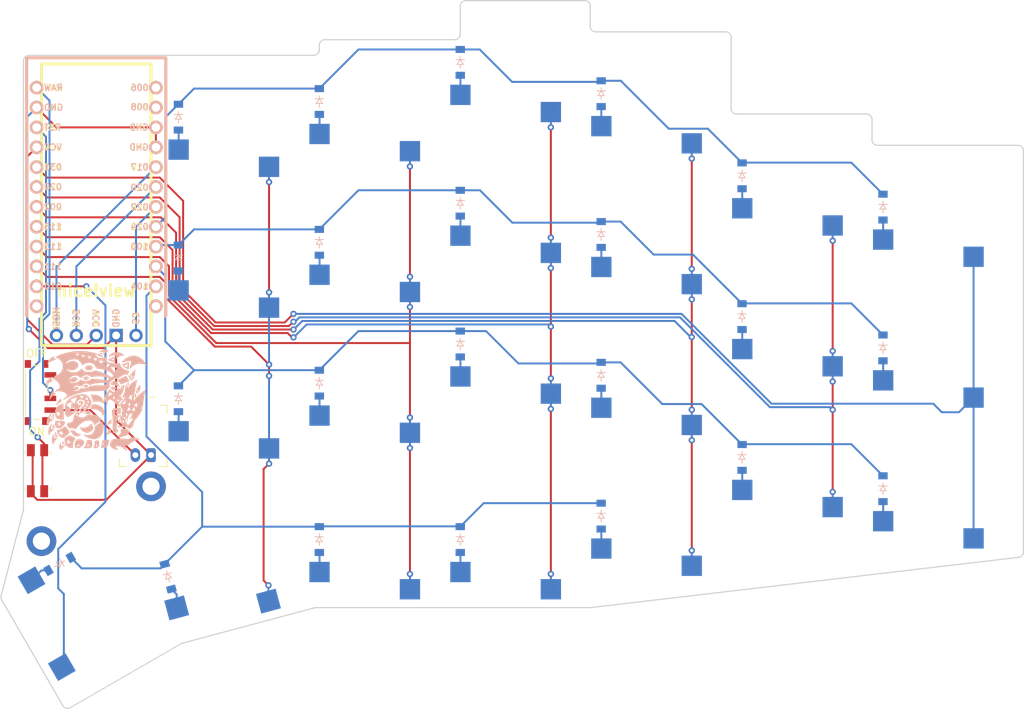
<source format=kicad_pcb>
(kicad_pcb (version 20240108) (generator "pcbnew") (generator_version "8.0")
  (title_block (title "right") (rev "v1.0.0") (company "Unknown"))
  (layers (0 "F.Cu" signal) (31 "B.Cu" signal) (34 "B.Paste" user) (35 "F.Paste" user) (36 "B.SilkS" user "B.Silkscreen") (37 "F.SilkS" user "F.Silkscreen") (38 "B.Mask" user) (39 "F.Mask" user) (44 "Edge.Cuts" user))
  (net 0 "")
  (net 1 "P031")
  (net 2 "mirror_outer_bottom")
  (net 3 "mirror_outer_home")
  (net 4 "mirror_outer_top")
  (net 5 "P029")
  (net 6 "mirror_pinky_bottom")
  (net 7 "mirror_pinky_home")
  (net 8 "mirror_pinky_top")
  (net 9 "P002")
  (net 10 "mirror_ring_bonus")
  (net 11 "mirror_ring_bottom")
  (net 12 "mirror_ring_home")
  (net 13 "mirror_ring_top")
  (net 14 "P115")
  (net 15 "mirror_middle_bottom")
  (net 16 "mirror_middle_home")
  (net 17 "mirror_middle_top")
  (net 18 "P113")
  (net 19 "mirror_index_bottom")
  (net 20 "mirror_index_home")
  (net 21 "mirror_index_top")
  (net 22 "P111")
  (net 23 "mirror_inner_bottom")
  (net 24 "mirror_inner_home")
  (net 25 "mirror_inner_top")
  (net 26 "mirror_inner_thumb")
  (net 27 "mirror_close_thumb")
  (net 28 "mirror_home_thumb")
  (net 29 "P010")
  (net 30 "mirror_outer_thumb")
  (net 31 "P011")
  (net 32 "P100")
  (net 33 "P024")
  (net 34 "P104")
  (net 35 "RAW")
  (net 36 "GND")
  (net 37 "RST")
  (net 38 "VCC")
  (net 39 "P009")
  (net 40 "P006")
  (net 41 "P008")
  (net 42 "P017")
  (net 43 "P020")
  (net 44 "P022")
  (net 45 "P106")
  (net 46 "BAT_P")
  (footprint "PG1350" (layer "F.Cu") (at 196 135.5 180)
    (property "Reference" "S12" (hide yes))
    (property "Value" "" (hide yes))
  )
  (footprint "PG1350" (layer "F.Cu") (at 178 122.5 180)
    (property "Reference" "S16" (hide yes))
    (property "Value" "" (hide yes))
  )
  (footprint "PG1350" (layer "F.Cu") (at 232 168 180)
    (property "Reference" "S4" (hide yes))
    (property "Value" "" (hide yes))
  )
  (footprint "ceoloide:battery_connector_jst_ph_2" (layer "F.Cu") (at 147.2 167.3 180)
    (property "Reference" "JST1" (hide yes))
    (property "Value" "")
  )
  (footprint "PG1350" (layer "F.Cu") (at 178 178.5 180)
    (property "Reference" "S21" (hide yes))
    (property "Value" "" (hide yes))
  )
  (footprint "PG1350" (layer "F.Cu") (at 232 150 180)
    (property "Reference" "S5" (hide yes))
    (property "Value" "" (hide yes))
  )
  (footprint "ceoloide:reset_switch_smd_side" (layer "F.Cu") (at 133.7 169.3 90)
    (property "Reference" "RST1" (hide yes))
    (property "Value" "")
  )
  (footprint "PG1350" (layer "F.Cu") (at 160 160.5 180)
    (property "Reference" "S17" (hide yes))
    (property "Value" "" (hide yes))
  )
  (footprint "PG1350" (layer "F.Cu") (at 178 140.5 180)
    (property "Reference" "S15" (hide yes))
    (property "Value" "" (hide yes))
  )
  (footprint "ceoloide:mounting_hole_plated" (layer "F.Cu") (at 148.2 171.3)
    (property "Reference" "H1" (hide yes))
    (property "Value" "")
  )
  (footprint "ceoloide:mounting_hole_npth" (layer "F.Cu") (at 169 133.5)
    (property "Reference" "MH1" (hide yes))
    (property "Value" "")
  )
  (footprint "PG1350" (layer "F.Cu") (at 232 132 180)
    (property "Reference" "S6" (hide yes))
    (property "Value" "" (hide yes))
  )
  (footprint "PG1350" (layer "F.Cu") (at 250 172 180)
    (property "Reference" "S1" (hide yes))
    (property "Value" "" (hide yes))
  )
  (footprint "lib:niceView_headers" (layer "F.Cu") (at 141.2 153.3 90)
    (property "Reference" "niceView1" (hide yes))
    (property "Value" "niceView" (hide yes))
  )
  (footprint "PG1350" (layer "F.Cu") (at 196 178.5 180)
    (property "Reference" "S20" (hide yes))
    (property "Value" "" (hide yes))
  )
  (footprint "PG1350" (layer "F.Cu") (at 178 158.5 180)
    (property "Reference" "S14" (hide yes))
    (property "Value" "" (hide yes))
  )
  (footprint "PG1350" (layer "F.Cu") (at 160 124.5 180)
    (property "Reference" "S19" (hide yes))
    (property "Value" "" (hide yes))
  )
  (footprint "PG1350" (layer "F.Cu") (at 158.494934 181.067891 -165)
    (property "Reference" "S22" (hide yes))
    (property "Value" "" (hide yes))
  )
  (footprint "ceoloide:mounting_hole_npth" (layer "F.Cu") (at 169 169.5)
    (property "Reference" "MH4" (hide yes))
    (property "Value" "")
  )
  (footprint "ceoloide:mounting_hole_npth" (layer "F.Cu") (at 241 163)
    (property "Reference" "MH3" (hide yes))
    (property "Value" "")
  )
  (footprint "PG1350" (layer "F.Cu") (at 196 117.5 180)
    (property "Reference" "S13" (hide yes))
    (property "Value" "" (hide yes))
  )
  (footprint "nice_nano" (layer "F.Cu") (at 141.2 134.3 -90)
    (property "Reference" "MCU1" (hide yes))
    (property "Value" "")
  )
  (footprint "ceoloide:mounting_hole_plated" (layer "F.Cu") (at 134.2 178.3)
    (property "Reference" "H2" (hide yes))
    (property "Value" "")
  )
  (footprint "PG1350" (layer "F.Cu") (at 214 157.5 180)
    (property "Reference" "S8" (hide yes))
    (property "Value" "" (hide yes))
  )
  (footprint "PG1350" (layer "F.Cu") (at 214 175.5 180)
    (property "Reference" "S7" (hide yes))
    (property "Value" "" (hide yes))
  )
  (footprint "PG1350" (layer "F.Cu") (at 196 153.5 180)
    (property "Reference" "S11" (hide yes))
    (property "Value" "" (hide yes))
  )
  (footprint "PG1350" (layer "F.Cu") (at 250 154 180)
    (property "Reference" "S2" (hide yes))
    (property "Value" "" (hide yes))
  )
  (footprint "PG1350" (layer "F.Cu") (at 214 139.5 180)
    (property "Reference" "S9" (hide yes))
    (property "Value" "" (hide yes))
  )
  (footprint "PG1350" (layer "F.Cu") (at 250 136 180)
    (property "Reference" "S3" (hide yes))
    (property "Value" "" (hide yes))
  )
  (footprint "PG1350" (layer "F.Cu") (at 140.319106 188.596565 120)
    (property "Reference" "S23" (hide yes))
    (property "Value" "" (hide yes))
  )
  (footprint "PG1350" (layer "F.Cu") (at 160 142.5 180)
    (property "Reference" "S18" (hide yes))
    (property "Value" "" (hide yes))
  )
  (footprint "ceoloide:mounting_hole_npth" (layer "F.Cu") (at 241 145)
    (property "Reference" "MH2" (hide yes))
    (property "Value" "")
  )
  (footprint "ceoloide:power_switch_smd_side" (layer "F.Cu") (at 133.6 159.3 180)
    (property "Reference" "PWR1" (hide yes))
    (property "Value" "")
  )
  (footprint "ceoloide:mounting_hole_npth" (layer "F.Cu") (at 147.369072 179.907463 30)
    (property "Reference" "MH5" (hide yes))
    (property "Value" "")
  )
  (footprint "PG1350" (layer "F.Cu") (at 214 121.5 180)
    (property "Reference" "S10" (hide yes))
    (property "Value" "" (hide yes))
  )
  (footprint "ceoloide:diode_tht_sod123" (layer "B.Cu") (at 136.520517 181.217214 -150)
    (property "Reference" "D23" (hide yes))
    (property "Value" "")
  )
  (footprint "ceoloide:diode_tht_sod123" (layer "B.Cu") (at 187.7 178.1 -90)
    (property "Reference" "D20" (hide yes))
    (property "Value" "")
  )
  (footprint "ceoloide:diode_tht_sod123" (layer "B.Cu") (at 151.7 160.1 -90)
    (property "Reference" "D17" (hide yes))
    (property "Value" "")
  )
  (footprint "ceoloide:diode_tht_sod123" (layer "B.Cu") (at 151.7 124.1 -90)
    (property "Reference" "D19" (hide yes))
    (property "Value" "")
  )
  (footprint "ceoloide:diode_tht_sod123" (layer "B.Cu") (at 223.7 149.6 -90)
    (property "Reference" "D5" (hide yes))
    (property "Value" "")
  )
  (footprint "ceoloide:diode_tht_sod123" (layer "B.Cu") (at 187.7 135.1 -90)
    (property "Reference" "D12" (hide yes))
    (property "Value" "")
  )
  (footprint "ceoloide:diode_tht_sod123" (layer "B.Cu") (at 223.7 131.6 -90)
    (property "Reference" "D6" (hide yes))
    (property "Value" "")
  )
  (footprint "ceoloide:diode_tht_sod123" (layer "B.Cu") (at 169.7 122.1 -90)
    (property "Reference" "D16" (hide yes))
    (property "Value" "")
  )
  (footprint "ceoloide:diode_tht_sod123" (layer "B.Cu") (at 187.7 153.1 -90)
    (property "Reference" "D11" (hide yes))
    (property "Value" "")
  )
  (footprint "ceoloide:diode_tht_sod123" (layer "B.Cu") (at 169.7 140.1 -90)
    (property "Reference" "D15" (hide yes))
    (property "Value" "")
  )
  (footprint "ceoloide:diode_tht_sod123" (layer "B.Cu") (at 223.7 167.6 -90)
    (property "Reference" "D4" (hide yes))
    (property "Value" "")
  )
  (footprint "logos:lio" (layer "B.Cu") (at 141.2 160.3 180)
    (property "Reference" "G" (hide yes))
    (property "Value" "LOGO" (hide yes))
  )
  (footprint "ceoloide:diode_tht_sod123" (layer "B.Cu") (at 205.7 175.1 -90)
    (property "Reference" "D7" (hide yes))
    (property "Value" "")
  )
  (footprint "ceoloide:diode_tht_sod123" (layer "B.Cu") (at 241.7 153.6 -90)
    (property "Reference" "D2" (hide yes))
    (property "Value" "")
  )
  (footprint "ceoloide:diode_tht_sod123" (layer "B.Cu") (at 241.7 135.6 -90)
    (property "Reference" "D3" (hide yes))
    (property "Value" "")
  )
  (footprint "ceoloide:diode_tht_sod123" (layer "B.Cu") (at 187.7 117.1 -90)
    (property "Reference" "D13" (hide yes))
    (property "Value" "")
  )
  (footprint "ceoloide:diode_tht_sod123" (layer "B.Cu") (at 150.374222 182.829718 -75)
    (property "Reference" "D22" (hide yes))
    (property "Value" "")
  )
  (footprint "ceoloide:diode_tht_sod123" (layer "B.Cu") (at 151.7 142.1 -90)
    (property "Reference" "D18" (hide yes))
    (property "Value" "")
  )
  (footprint "ceoloide:diode_tht_sod123" (layer "B.Cu") (at 205.7 157.1 -90)
    (property "Reference" "D8" (hide yes))
    (property "Value" "")
  )
  (footprint "ceoloide:diode_tht_sod123" (layer "B.Cu") (at 241.7 171.6 -90)
    (property "Reference" "D1" (hide yes))
    (property "Value" "")
  )
  (footprint "ceoloide:diode_tht_sod123" (layer "B.Cu") (at 169.7 158.1 -90)
    (property "Reference" "D14" (hide yes))
    (property "Value" "")
  )
  (footprint "ceoloide:diode_tht_sod123" (layer "B.Cu") (at 169.7 178.1 -90)
    (property "Reference" "D21" (hide yes))
    (property "Value" "")
  )
  (footprint "ceoloide:diode_tht_sod123" (layer "B.Cu") (at 205.7 139.1 -90)
    (property "Reference" "D9" (hide yes))
    (property "Value" "")
  )
  (footprint "ceoloide:diode_tht_sod123" (layer "B.Cu") (at 205.7 121.1 -90)
    (property "Reference" "D10" (hide yes))
    (property "Value" "")
  )
  (gr_line (start 222.3 123) (end 222.3 113.9) (stroke (width 0.15)) (layer "Edge.Cuts"))
  (gr_arc (start 129.124407 185.806777) (mid 129.036991 185.550964) (end 129.053028 185.281103) (stroke (width 0.15)) (layer "Edge.Cuts"))
  (gr_line (start 137.887298 199.584631) (end 152.039024 191.415227) (stroke (width 0.15)) (layer "Edge.Cuts"))
  (gr_line (start 204.340681 186.795223) (end 259.031643 180.372616) (stroke (width 0.15)) (layer "Edge.Cuts"))
  (gr_line (start 259.65 179.677394) (end 259.65 128.4) (stroke (width 0.15)) (layer "Edge.Cuts"))
  (gr_arc (start 205 113.2) (mid 204.505025 112.994975) (end 204.3 112.5) (stroke (width 0.15)) (layer "Edge.Cuts"))
  (gr_line (start 152.207854 191.345306) (end 169.086002 186.823842) (stroke (width 0.15)) (layer "Edge.Cuts"))
  (gr_line (start 129.124408 185.806778) (end 136.931116 199.328393) (stroke (width 0.15)) (layer "Edge.Cuts"))
  (gr_arc (start 241 127.7) (mid 240.505025 127.494975) (end 240.3 127) (stroke (width 0.15)) (layer "Edge.Cuts"))
  (gr_line (start 187 114.2) (end 170.4 114.2) (stroke (width 0.15)) (layer "Edge.Cuts"))
  (gr_line (start 187.7 109.9) (end 187.7 113.5) (stroke (width 0.15)) (layer "Edge.Cuts"))
  (gr_line (start 240.3 127) (end 240.3 124.4) (stroke (width 0.15)) (layer "Edge.Cuts"))
  (gr_line (start 131.877597 174.386409) (end 129.053028 185.281103) (stroke (width 0.15)) (layer "Edge.Cuts"))
  (gr_line (start 239.6 123.7) (end 223 123.7) (stroke (width 0.15)) (layer "Edge.Cuts"))
  (gr_line (start 169.267137 186.8) (end 204.259038 186.8) (stroke (width 0.15)) (layer "Edge.Cuts"))
  (gr_line (start 169 116.2) (end 132.6 116.2) (stroke (width 0.15)) (layer "Edge.Cuts"))
  (gr_arc (start 131.900001 174.210734) (mid 131.894378 174.299283) (end 131.877598 174.386409) (stroke (width 0.15)) (layer "Edge.Cuts"))
  (gr_line (start 204.3 112.5) (end 204.3 109.9) (stroke (width 0.15)) (layer "Edge.Cuts"))
  (gr_arc (start 203.6 109.2) (mid 204.094975 109.405025) (end 204.3 109.9) (stroke (width 0.15)) (layer "Edge.Cuts"))
  (gr_arc (start 169.086002 186.823842) (mid 169.175788 186.805986) (end 169.267137 186.8) (stroke (width 0.15)) (layer "Edge.Cuts"))
  (gr_line (start 221.6 113.2) (end 205 113.2) (stroke (width 0.15)) (layer "Edge.Cuts"))
  (gr_arc (start 131.9 116.9) (mid 132.105025 116.405025) (end 132.6 116.2) (stroke (width 0.15)) (layer "Edge.Cuts"))
  (gr_line (start 203.6 109.2) (end 188.4 109.2) (stroke (width 0.15)) (layer "Edge.Cuts"))
  (gr_arc (start 258.95 127.7) (mid 259.444975 127.905025) (end 259.65 128.4) (stroke (width 0.15)) (layer "Edge.Cuts"))
  (gr_line (start 131.9 116.9) (end 131.9 174.210734) (stroke (width 0.15)) (layer "Edge.Cuts"))
  (gr_arc (start 223 123.7) (mid 222.505025 123.494975) (end 222.3 123) (stroke (width 0.15)) (layer "Edge.Cuts"))
  (gr_arc (start 187.7 113.5) (mid 187.494975 113.994975) (end 187 114.2) (stroke (width 0.15)) (layer "Edge.Cuts"))
  (gr_arc (start 169.7 114.9) (mid 169.905025 114.405025) (end 170.4 114.2) (stroke (width 0.15)) (layer "Edge.Cuts"))
  (gr_arc (start 137.887299 199.584631) (mid 137.356141 199.654536) (end 136.931116 199.328393) (stroke (width 0.15)) (layer "Edge.Cuts"))
  (gr_arc (start 204.340681 186.795223) (mid 204.299929 186.798805) (end 204.259038 186.8) (stroke (width 0.15)) (layer "Edge.Cuts"))
  (gr_line (start 169.7 114.9) (end 169.7 115.5) (stroke (width 0.15)) (layer "Edge.Cuts"))
  (gr_arc (start 169.7 115.5) (mid 169.494975 115.994975) (end 169 116.2) (stroke (width 0.15)) (layer "Edge.Cuts"))
  (gr_arc (start 152.039024 191.415226) (mid 152.121148 191.374733) (end 152.207854 191.345306) (stroke (width 0.15)) (layer "Edge.Cuts"))
  (gr_arc (start 221.6 113.2) (mid 222.094975 113.405025) (end 222.3 113.9) (stroke (width 0.15)) (layer "Edge.Cuts"))
  (gr_line (start 258.95 127.7) (end 241 127.7) (stroke (width 0.15)) (layer "Edge.Cuts"))
  (gr_arc (start 187.7 109.9) (mid 187.905025 109.405025) (end 188.4 109.2) (stroke (width 0.15)) (layer "Edge.Cuts"))
  (gr_arc (start 259.649999 179.677394) (mid 259.473043 180.142608) (end 259.031643 180.372616) (stroke (width 0.15)) (layer "Edge.Cuts"))
  (gr_arc (start 239.6 123.7) (mid 240.094975 123.905025) (end 240.3 124.4) (stroke (width 0.15)) (layer "Edge.Cuts"))
  (segment (start 149.317595 131.8287) (end 134.9187 131.8287) (width 0.25) (layer "F.Cu") (net 1))
  (segment (start 156.44835 150.35) (end 165.274692 150.35) (width 0.25) (layer "F.Cu") (net 1))
  (segment (start 156.44835 150.35) (end 152.3 146.20165) (width 0.25) (layer "F.Cu") (net 1))
  (segment (start 166.374698 149.249994) (end 166.4 149.249994) (width 0.25) (layer "F.Cu") (net 1))
  (segment (start 165.274692 150.35) (end 166.374698 149.249994) (width 0.25) (layer "F.Cu") (net 1))
  (segment (start 152.3 146.20165) (end 152.3 134.811105) (width 0.25) (layer "F.Cu") (net 1))
  (segment (start 152.3 134.811105) (end 149.317595 131.8287) (width 0.25) (layer "F.Cu") (net 1))
  (segment (start 134.9187 131.8287) (end 133.58 130.49) (width 0.25) (layer "F.Cu") (net 1))
  (via (at 166.4 149.249994) (size 0.8) (drill 0.4) (layers "F.Cu" "B.Cu") (net 1))
  (segment (start 187.8 149.25) (end 215.975 149.25) (width 0.25) (layer "B.Cu") (net 1))
  (segment (start 215.975 149.25) (end 227.45165 160.72665) (width 0.25) (layer "B.Cu") (net 1))
  (segment (start 248.125 160.72665) (end 249.22335 161.825) (width 0.25) (layer "B.Cu") (net 1))
  (segment (start 249.22335 161.825) (end 251.4 161.825) (width 0.25) (layer "B.Cu") (net 1))
  (segment (start 187.799994 149.249994) (end 187.8 149.25) (width 0.25) (layer "B.Cu") (net 1))
  (segment (start 227.45165 160.72665) (end 248.125 160.72665) (width 0.25) (layer "B.Cu") (net 1))
  (segment (start 166.4 149.249994) (end 187.799994 149.249994) (width 0.25) (layer "B.Cu") (net 1))
  (segment (start 251.4 161.825) (end 253.275 159.95) (width 0.25) (layer "B.Cu") (net 1))
  (segment (start 253.275 141.95) (end 253.275 159.95) (width 0.25) (layer "B.Cu") (net 1))
  (segment (start 253.275 177.95) (end 253.275 159.95) (width 0.25) (layer "B.Cu") (net 1))
  (segment (start 241.725 175.75) (end 241.725 173.275) (width 0.25) (layer "B.Cu") (net 2))
  (segment (start 241.725 173.275) (end 241.7 173.25) (width 0.25) (layer "B.Cu") (net 2))
  (segment (start 241.725 157.75) (end 241.725 155.275) (width 0.25) (layer "B.Cu") (net 3))
  (segment (start 241.725 155.275) (end 241.7 155.25) (width 0.25) (layer "B.Cu") (net 3))
  (segment (start 241.725 139.75) (end 241.725 137.275) (width 0.25) (layer "B.Cu") (net 4))
  (segment (start 241.725 137.275) (end 241.7 137.25) (width 0.25) (layer "B.Cu") (net 4))
  (segment (start 156.261954 150.8) (end 151.85 146.388046) (width 0.25) (layer "F.Cu") (net 5))
  (segment (start 149.317595 134.3687) (end 134.9187 134.3687) (width 0.25) (layer "F.Cu") (net 5))
  (segment (start 235.275 154) (end 235.275 139.9) (width 0.25) (layer "F.Cu") (net 5))
  (segment (start 235.275 161.5) (end 235.275 157.9) (width 0.25) (layer "F.Cu") (net 5))
  (segment (start 151.85 136.901105) (end 149.317595 134.3687) (width 0.25) (layer "F.Cu") (net 5))
  (segment (start 134.9187 134.3687) (end 133.58 133.03) (width 0.25) (layer "F.Cu") (net 5))
  (segment (start 156.261954 150.8) (end 165.824695 150.8) (width 0.25) (layer "F.Cu") (net 5))
  (segment (start 166.374698 150.249997) (end 166.4 150.249997) (width 0.25) (layer "F.Cu") (net 5))
  (segment (start 165.824695 150.8) (end 166.374698 150.249997) (width 0.25) (layer "F.Cu") (net 5))
  (segment (start 151.85 146.388046) (end 151.85 136.901105) (width 0.25) (layer "F.Cu") (net 5))
  (segment (start 235.275 172) (end 235.275 161.5) (width 0.25) (layer "F.Cu") (net 5))
  (via (at 166.4 150.249997) (size 0.8) (drill 0.4) (layers "F.Cu" "B.Cu") (net 5))
  (via (at 235.275 172) (size 0.8) (drill 0.4) (layers "F.Cu" "B.Cu") (net 5))
  (via (at 235.275 139.9) (size 0.8) (drill 0.4) (layers "F.Cu" "B.Cu") (net 5))
  (via (at 235.275 161.5) (size 0.8) (drill 0.4) (layers "F.Cu" "B.Cu") (net 5))
  (via (at 235.275 154) (size 0.8) (drill 0.4) (layers "F.Cu" "B.Cu") (net 5))
  (via (at 235.275 157.9) (size 0.8) (drill 0.4) (layers "F.Cu" "B.Cu") (net 5))
  (segment (start 235.275 137.95) (end 235.275 139.9) (width 0.25) (layer "B.Cu") (net 5))
  (segment (start 166.4 150.249997) (end 166.599997 150.249997) (width 0.25) (layer "B.Cu") (net 5))
  (segment (start 167.2 149.699994) (end 167.200006 149.7) (width 0.25) (layer "B.Cu") (net 5))
  (segment (start 235.275 155.95) (end 235.275 154) (width 0.25) (layer "B.Cu") (net 5))
  (segment (start 215.788604 149.7) (end 227.265254 161.17665) (width 0.25) (layer "B.Cu") (net 5))
  (segment (start 234.95165 161.17665) (end 235.275 161.5) (width 0.25) (layer "B.Cu") (net 5))
  (segment (start 166.599997 150.249997) (end 167.15 149.699994) (width 0.25) (layer "B.Cu") (net 5))
  (segment (start 235.275 155.95) (end 235.275 157.9) (width 0.25) (layer "B.Cu") (net 5))
  (segment (start 167.15 149.699994) (end 167.2 149.699994) (width 0.25) (layer "B.Cu") (net 5))
  (segment (start 167.200006 149.7) (end 215.788604 149.7) (width 0.25) (layer "B.Cu") (net 5))
  (segment (start 235.275 173.95) (end 235.275 172) (width 0.25) (layer "B.Cu") (net 5))
  (segment (start 227.265254 161.17665) (end 234.95165 161.17665) (width 0.25) (layer "B.Cu") (net 5))
  (segment (start 223.725 171.75) (end 223.725 169.275) (width 0.25) (layer "B.Cu") (net 6))
  (segment (start 223.725 169.275) (end 223.7 169.25) (width 0.25) (layer "B.Cu") (net 6))
  (segment (start 223.725 151.275) (end 223.7 151.25) (width 0.25) (layer "B.Cu") (net 7))
  (segment (start 223.725 153.75) (end 223.725 151.275) (width 0.25) (layer "B.Cu") (net 7))
  (segment (start 223.725 135.75) (end 223.725 133.275) (width 0.25) (layer "B.Cu") (net 8))
  (segment (start 223.725 133.275) (end 223.7 133.25) (width 0.25) (layer "B.Cu") (net 8))
  (segment (start 156.075558 151.25) (end 151.4 146.574442) (width 0.25) (layer "F.Cu") (net 9))
  (segment (start 149.4337 136.9087) (end 134.9187 136.9087) (width 0.25) (layer "F.Cu") (net 9))
  (segment (start 217.275 165.4) (end 217.275 179.5) (width 0.25) (layer "F.Cu") (net 9))
  (segment (start 151.4 138.875) (end 149.4337 136.9087) (width 0.25) (layer "F.Cu") (net 9))
  (segment (start 217.275 152.211702) (end 217.275 147.4) (width 0.25) (layer "F.Cu") (net 9))
  (segment (start 166.4 151.25) (end 156.075558 151.25) (width 0.25) (layer "F.Cu") (net 9))
  (segment (start 217.275 129.4) (end 217.275 143.5) (width 0.25) (layer "F.Cu") (net 9))
  (segment (start 151.4 146.574442) (end 151.4 138.875) (width 0.25) (layer "F.Cu") (net 9))
  (segment (start 217.275 152.211702) (end 217.275 161.5) (width 0.25) (layer "F.Cu") (net 9))
  (segment (start 134.9187 136.9087) (end 133.58 135.57) (width 0.25) (layer "F.Cu") (net 9))
  (via (at 217.275 147.4) (size 0.8) (drill 0.4) (layers "F.Cu" "B.Cu") (net 9))
  (via (at 217.275 165.4) (size 0.8) (drill 0.4) (layers "F.Cu" "B.Cu") (net 9))
  (via (at 217.275 152.211702) (size 0.8) (drill 0.4) (layers "F.Cu" "B.Cu") (net 9))
  (via (at 166.4 151.25) (size 0.8) (drill 0.4) (layers "F.Cu" "B.Cu") (net 9))
  (via (at 217.275 161.5) (size 0.8) (drill 0.4) (layers "F.Cu" "B.Cu") (net 9))
  (via (at 217.275 129.4) (size 0.8) (drill 0.4) (layers "F.Cu" "B.Cu") (net 9))
  (via (at 217.275 179.5) (size 0.8) (drill 0.4) (layers "F.Cu" "B.Cu") (net 9))
  (via (at 217.275 143.5) (size 0.8) (drill 0.4) (layers "F.Cu" "B.Cu") (net 9))
  (segment (start 217.275 152.211702) (end 217.136702 152.211702) (width 0.25) (layer "B.Cu") (net 9))
  (segment (start 217.275 145.45) (end 217.275 143.5) (width 0.25) (layer "B.Cu") (net 9))
  (segment (start 217.275 145.45) (end 217.275 147.4) (width 0.25) (layer "B.Cu") (net 9))
  (segment (start 167.525302 150.15) (end 166.425302 151.25) (width 0.25) (layer "B.Cu") (net 9))
  (segment (start 217.275 163.45) (end 217.275 165.4) (width 0.25) (layer "B.Cu") (net 9))
  (segment (start 217.275 163.45) (end 217.275 161.5) (width 0.25) (layer "B.Cu") (net 9))
  (segment (start 166.425302 151.25) (end 166.4 151.25) (width 0.25) (layer "B.Cu") (net 9))
  (segment (start 217.275 181.45) (end 217.275 179.5) (width 0.25) (layer "B.Cu") (net 9))
  (segment (start 217.275 127.45) (end 217.275 129.4) (width 0.25) (layer "B.Cu") (net 9))
  (segment (start 217.136702 152.211702) (end 215.075 150.15) (width 0.25) (layer "B.Cu") (net 9))
  (segment (start 215.075 150.15) (end 167.525302 150.15) (width 0.25) (layer "B.Cu") (net 9))
  (segment (start 205.725 179.25) (end 205.725 176.775) (width 0.25) (layer "B.Cu") (net 10))
  (segment (start 205.725 176.775) (end 205.7 176.75) (width 0.25) (layer "B.Cu") (net 10))
  (segment (start 205.725 161.25) (end 205.725 158.775) (width 0.25) (layer "B.Cu") (net 11))
  (segment (start 205.725 158.775) (end 205.7 158.75) (width 0.25) (layer "B.Cu") (net 11))
  (segment (start 205.725 140.775) (end 205.7 140.75) (width 0.25) (layer "B.Cu") (net 12))
  (segment (start 205.725 143.25) (end 205.725 140.775) (width 0.25) (layer "B.Cu") (net 12))
  (segment (start 205.725 125.25) (end 205.725 122.775) (width 0.25) (layer "B.Cu") (net 13))
  (segment (start 205.725 122.775) (end 205.7 122.75) (width 0.25) (layer "B.Cu") (net 13))
  (segment (start 150.95 141.081105) (end 149.317595 139.4487) (width 0.25) (layer "F.Cu") (net 14))
  (segment (start 199.275 150.875) (end 199.275 143.4) (width 0.25) (layer "F.Cu") (net 14))
  (segment (start 166.200003 152.250003) (end 165.65 151.7) (width 0.25) (layer "F.Cu") (net 14))
  (segment (start 199.275 125.4) (end 199.275 139.5) (width 0.25) (layer "F.Cu") (net 14))
  (segment (start 149.317595 139.4487) (end 134.9187 139.4487) (width 0.25) (layer "F.Cu") (net 14))
  (segment (start 199.275 157.5) (end 199.275 150.875) (width 0.25) (layer "F.Cu") (net 14))
  (segment (start 165.65 151.7) (end 155.889162 151.7) (width 0.25) (layer "F.Cu") (net 14))
  (segment (start 199.275 182.5) (end 199.275 161.4) (width 0.25) (layer "F.Cu") (net 14))
  (segment (start 134.9187 139.4487) (end 133.58 138.11) (width 0.25) (layer "F.Cu") (net 14))
  (segment (start 155.889162 151.7) (end 150.95 146.760838) (width 0.25) (layer "F.Cu") (net 14))
  (segment (start 166.4 152.250003) (end 166.200003 152.250003) (width 0.25) (layer "F.Cu") (net 14))
  (segment (start 150.95 146.760838) (end 150.95 141.081105) (width 0.25) (layer "F.Cu") (net 14))
  (via (at 199.275 182.5) (size 0.8) (drill 0.4) (layers "F.Cu" "B.Cu") (net 14))
  (via (at 199.275 139.5) (size 0.8) (drill 0.4) (layers "F.Cu" "B.Cu") (net 14))
  (via (at 199.275 150.875) (size 0.8) (drill 0.4) (layers "F.Cu" "B.Cu") (net 14))
  (via (at 199.275 125.4) (size 0.8) (drill 0.4) (layers "F.Cu" "B.Cu") (net 14))
  (via (at 199.275 161.4) (size 0.8) (drill 0.4) (layers "F.Cu" "B.Cu") (net 14))
  (via (at 199.275 157.5) (size 0.8) (drill 0.4) (layers "F.Cu" "B.Cu") (net 14))
  (via (at 166.4 152.250003) (size 0.8) (drill 0.4) (layers "F.Cu" "B.Cu") (net 14))
  (via (at 199.275 143.4) (size 0.8) (drill 0.4) (layers "F.Cu" "B.Cu") (net 14))
  (segment (start 199 150.6) (end 199.275 150.875) (width 0.25) (layer "B.Cu") (net 14))
  (segment (start 166.425302 152.250003) (end 168.075305 150.6) (width 0.25) (layer "B.Cu") (net 14))
  (segment (start 199.275 159.45) (end 199.275 157.5) (width 0.25) (layer "B.Cu") (net 14))
  (segment (start 199.275 141.45) (end 199.275 139.5) (width 0.25) (layer "B.Cu") (net 14))
  (segment (start 199.275 141.45) (end 199.275 143.4) (width 0.25) (layer "B.Cu") (net 14))
  (segment (start 166.4 152.250003) (end 166.425302 152.250003) (width 0.25) (layer "B.Cu") (net 14))
  (segment (start 168.075305 150.6) (end 199 150.6) (width 0.25) (layer "B.Cu") (net 14))
  (segment (start 199.275 123.45) (end 199.275 125.4) (width 0.25) (layer "B.Cu") (net 14))
  (segment (start 199.275 184.45) (end 199.275 182.5) (width 0.25) (layer "B.Cu") (net 14))
  (segment (start 199.275 159.45) (end 199.275 161.4) (width 0.25) (layer "B.Cu") (net 14))
  (segment (start 187.725 157.25) (end 187.725 154.775) (width 0.25) (layer "B.Cu") (net 15))
  (segment (start 187.725 154.775) (end 187.7 154.75) (width 0.25) (layer "B.Cu") (net 15))
  (segment (start 187.725 139.25) (end 187.725 136.775) (width 0.25) (layer "B.Cu") (net 16))
  (segment (start 187.725 136.775) (end 187.7 136.75) (width 0.25) (layer "B.Cu") (net 16))
  (segment (start 187.725 121.25) (end 187.725 118.775) (width 0.25) (layer "B.Cu") (net 17))
  (segment (start 187.725 118.775) (end 187.7 118.75) (width 0.25) (layer "B.Cu") (net 17))
  (segment (start 181.275 154.95) (end 181.275 162.5) (width 0.25) (layer "F.Cu") (net 18))
  (segment (start 156.532766 152.98) (end 181.275 152.98) (width 0.25) (layer "F.Cu") (net 18))
  (segment (start 181.275 130.4) (end 181.275 144.5) (width 0.25) (layer "F.Cu") (net 18))
  (segment (start 181.275 166.4) (end 181.275 182.5) (width 0.25) (layer "F.Cu") (net 18))
  (segment (start 134.9187 141.9887) (end 149.317595 141.9887) (width 0.25) (layer "F.Cu") (net 18))
  (segment (start 181.275 152.98) (end 181.275 154.95) (width 0.25) (layer "F.Cu") (net 18))
  (segment (start 149.317595 141.9887) (end 150.5 143.171105) (width 0.25) (layer "F.Cu") (net 18))
  (segment (start 150.5 143.171105) (end 150.5 146.947234) (width 0.25) (layer "F.Cu") (net 18))
  (segment (start 133.58 140.65) (end 134.9187 141.9887) (width 0.25) (layer "F.Cu") (net 18))
  (segment (start 150.5 146.947234) (end 156.532766 152.98) (width 0.25) (layer "F.Cu") (net 18))
  (segment (start 181.275 148.375) (end 181.275 152.98) (width 0.25) (layer "F.Cu") (net 18))
  (via (at 181.275 162.5) (size 0.8) (drill 0.4) (layers "F.Cu" "B.Cu") (net 18))
  (via (at 181.275 182.5) (size 0.8) (drill 0.4) (layers "F.Cu" "B.Cu") (net 18))
  (via (at 181.275 144.5) (size 0.8) (drill 0.4) (layers "F.Cu" "B.Cu") (net 18))
  (via (at 181.275 130.4) (size 0.8) (drill 0.4) (layers "F.Cu" "B.Cu") (net 18))
  (via (at 181.275 148.375) (size 0.8) (drill 0.4) (layers "F.Cu" "B.Cu") (net 18))
  (via (at 181.275 166.4) (size 0.8) (drill 0.4) (layers "F.Cu" "B.Cu") (net 18))
  (segment (start 181.275 164.45) (end 181.275 162.5) (width 0.25) (layer "B.Cu") (net 18))
  (segment (start 181.275 146.45) (end 181.275 144.5) (width 0.25) (layer "B.Cu") (net 18))
  (segment (start 181.275 128.45) (end 181.275 130.4) (width 0.25) (layer "B.Cu") (net 18))
  (segment (start 181.275 164.45) (end 181.275 166.4) (width 0.25) (layer "B.Cu") (net 18))
  (segment (start 181.275 146.45) (end 181.275 148.375) (width 0.25) (layer "B.Cu") (net 18))
  (segment (start 181.275 184.45) (end 181.275 182.5) (width 0.25) (layer "B.Cu") (net 18))
  (segment (start 169.725 162.25) (end 169.725 159.775) (width 0.25) (layer "B.Cu") (net 19))
  (segment (start 169.725 159.775) (end 169.7 159.75) (width 0.25) (layer "B.Cu") (net 19))
  (segment (start 169.725 141.775) (end 169.7 141.75) (width 0.25) (layer "B.Cu") (net 20))
  (segment (start 169.725 144.25) (end 169.725 141.775) (width 0.25) (layer "B.Cu") (net 20))
  (segment (start 169.725 126.25) (end 169.725 123.775) (width 0.25) (layer "B.Cu") (net 21))
  (segment (start 169.725 123.775) (end 169.7 123.75) (width 0.25) (layer "B.Cu") (net 21))
  (segment (start 133.58 143.19) (end 134.9187 144.5287) (width 0.25) (layer "F.Cu") (net 22))
  (segment (start 163.275 146.5) (end 163.275 132.4) (width 0.25) (layer "F.Cu") (net 22))
  (segment (start 162.581626 183.333312) (end 162.581626 169.093374) (width 0.25) (layer "F.Cu") (net 22))
  (segment (start 134.9187 144.5287) (end 149.317595 144.5287) (width 0.25) (layer "F.Cu") (net 22))
  (segment (start 163.275 157.175) (end 163.275 155.725) (width 0.25) (layer "F.Cu") (net 22))
  (segment (start 163.198314 183.95) (end 162.581626 183.333312) (width 0.25) (layer "F.Cu") (net 22))
  (segment (start 160.98 153.43) (end 163.275 155.725) (width 0.25) (layer "F.Cu") (net 22))
  (segment (start 150.05 145.261105) (end 150.05 147.13363) (width 0.25) (layer "F.Cu") (net 22))
  (segment (start 150.05 147.13363) (end 156.34637 153.43) (width 0.25) (layer "F.Cu") (net 22))
  (segment (start 162.581626 169.093374) (end 163.275 168.4) (width 0.25) (layer "F.Cu") (net 22))
  (segment (start 156.34637 153.43) (end 160.98 153.43) (width 0.25) (layer "F.Cu") (net 22))
  (segment (start 149.317595 144.5287) (end 150.05 145.261105) (width 0.25) (layer "F.Cu") (net 22))
  (via (at 163.275 168.4) (size 0.8) (drill 0.4) (layers "F.Cu" "B.Cu") (net 22))
  (via (at 163.275 146.5) (size 0.8) (drill 0.4) (layers "F.Cu" "B.Cu") (net 22))
  (via (at 163.275 157.175) (size 0.8) (drill 0.4) (layers "F.Cu" "B.Cu") (net 22))
  (via (at 163.275 132.4) (size 0.8) (drill 0.4) (layers "F.Cu" "B.Cu") (net 22))
  (via (at 163.198314 183.95) (size 0.8) (drill 0.4) (layers "F.Cu" "B.Cu") (net 22))
  (via (at 163.275 155.725) (size 0.8) (drill 0.4) (layers "F.Cu" "B.Cu") (net 22))
  (segment (start 163.275 166.45) (end 163.275 168.4) (width 0.25) (layer "B.Cu") (net 22))
  (segment (start 163.275 148.45) (end 163.275 146.5) (width 0.25) (layer "B.Cu") (net 22))
  (segment (start 163.198314 185.967517) (end 163.198314 183.95) (width 0.25) (layer "B.Cu") (net 22))
  (segment (start 163.275 166.45) (end 163.275 157.175) (width 0.25) (layer "B.Cu") (net 22))
  (segment (start 163.275 148.45) (end 163.275 155.725) (width 0.25) (layer "B.Cu") (net 22))
  (segment (start 163.275 130.45) (end 163.275 132.4) (width 0.25) (layer "B.Cu") (net 22))
  (segment (start 151.725 161.775) (end 151.7 161.75) (width 0.25) (layer "B.Cu") (net 23))
  (segment (start 151.725 164.25) (end 151.725 161.775) (width 0.25) (layer "B.Cu") (net 23))
  (segment (start 151.725 146.25) (end 151.725 143.775) (width 0.25) (layer "B.Cu") (net 24))
  (segment (start 151.725 143.775) (end 151.7 143.75) (width 0.25) (layer "B.Cu") (net 24))
  (segment (start 151.725 125.775) (end 151.7 125.75) (width 0.25) (layer "B.Cu") (net 25))
  (segment (start 151.725 128.25) (end 151.725 125.775) (width 0.25) (layer "B.Cu") (net 25))
  (segment (start 187.725 179.775) (end 187.7 179.75) (width 0.25) (layer "B.Cu") (net 26))
  (segment (start 187.725 182.25) (end 187.725 179.775) (width 0.25) (layer "B.Cu") (net 26))
  (segment (start 169.725 182.25) (end 169.725 179.775) (width 0.25) (layer "B.Cu") (net 27))
  (segment (start 169.725 179.775) (end 169.7 179.75) (width 0.25) (layer "B.Cu") (net 27))
  (segment (start 151.472469 186.83184) (end 151.472469 185.094692) (width 0.25) (layer "B.Cu") (net 28))
  (segment (start 151.472469 185.094692) (end 150.801273 184.423496) (width 0.25) (layer "B.Cu") (net 28))
  (segment (start 133.58 145.73) (end 139.94 145.73) (width 0.25) (layer "F.Cu") (net 29))
  (via (at 139.94 145.73) (size 0.8) (drill 0.4) (layers "F.Cu" "B.Cu") (net 29))
  (segment (start 136.803755 194.407798) (end 137.061322 194.150231) (width 0.25) (layer "B.Cu") (net 29))
  (segment (start 142.375 148.165) (end 139.94 145.73) (width 0.25) (layer "B.Cu") (net 29))
  (segment (start 136.343206 184.341209) (end 136.343206 179.30342) (width 0.25) (layer "B.Cu") (net 29))
  (segment (start 137.061322 185.059325) (end 136.343206 184.341209) (width 0.25) (layer "B.Cu") (net 29))
  (segment (start 136.343206 179.30342) (end 142.375 173.271626) (width 0.25) (layer "B.Cu") (net 29))
  (segment (start 137.061322 194.150231) (end 137.061322 185.059325) (width 0.25) (layer "B.Cu") (net 29))
  (segment (start 142.375 173.271626) (end 142.375 148.165) (width 0.25) (layer "B.Cu") (net 29))
  (segment (start 132.934011 183.305205) (end 134.197002 182.042214) (width 0.25) (layer "B.Cu") (net 30))
  (segment (start 134.197002 182.042214) (end 135.091575 182.042214) (width 0.25) (layer "B.Cu") (net 30))
  (segment (start 223.7 165.95) (end 218.525 160.775) (width 0.25) (layer "B.Cu") (net 31))
  (segment (start 169.7 156.45) (end 153.7 156.45) (width 0.25) (layer "B.Cu") (net 31))
  (segment (start 150.0213 152.7713) (end 153.7 156.45) (width 0.25) (layer "B.Cu") (net 31))
  (segment (start 190.995001 151.45) (end 187.7 151.45) (width 0.25) (layer "B.Cu") (net 31))
  (segment (start 223.7395 165.9105) (end 223.7 165.95) (width 0.25) (layer "B.Cu") (net 31))
  (segment (start 237.6605 165.9105) (end 223.7395 165.9105) (width 0.25) (layer "B.Cu") (net 31))
  (segment (start 241.7 169.95) (end 237.6605 165.9105) (width 0.25) (layer "B.Cu") (net 31))
  (segment (start 213.508684 160.775) (end 208.183684 155.45) (width 0.25) (layer "B.Cu") (net 31))
  (segment (start 195.134501 155.5895) (end 190.995001 151.45) (width 0.25) (layer "B.Cu") (net 31))
  (segment (start 187.7 151.45) (end 174.7 151.45) (width 0.25) (layer "B.Cu") (net 31))
  (segment (start 150.0213 144.3913) (end 150.0213 152.7713) (width 0.25) (layer "B.Cu") (net 31))
  (segment (start 148.82 143.19) (end 150.0213 144.3913) (width 0.25) (layer "B.Cu") (net 31))
  (segment (start 205.5605 155.5895) (end 195.134501 155.5895) (width 0.25) (layer "B.Cu") (net 31))
  (segment (start 153.7 156.45) (end 151.7 158.45) (width 0.25) (layer "B.Cu") (net 31))
  (segment (start 174.7 151.45) (end 169.7 156.45) (width 0.25) (layer "B.Cu") (net 31))
  (segment (start 218.525 160.775) (end 213.508684 160.775) (width 0.25) (layer "B.Cu") (net 31))
  (segment (start 208.183684 155.45) (end 205.7 155.45) (width 0.25) (layer "B.Cu") (net 31))
  (segment (start 205.7 155.45) (end 205.5605 155.5895) (width 0.25) (layer "B.Cu") (net 31))
  (segment (start 223.7 147.95) (end 217.42 141.67) (width 0.25) (layer "B.Cu") (net 32))
  (segment (start 174.7 133.45) (end 169.7 138.45) (width 0.25) (layer "B.Cu") (net 32))
  (segment (start 153.7 138.45) (end 151.7 140.45) (width 0.25) (layer "B.Cu") (net 32))
  (segment (start 217.42 141.67) (end 212.403684 141.67) (width 0.25) (layer "B.Cu") (net 32))
  (segment (start 149.02 140.45) (end 148.82 140.65) (width 0.25) (layer "B.Cu") (net 32))
  (segment (start 241.7 151.95) (end 237.6605 147.9105) (width 0.25) (layer "B.Cu") (net 32))
  (segment (start 169.7 138.45) (end 153.7 138.45) (width 0.25) (layer "B.Cu") (net 32))
  (segment (start 190.22 133.45) (end 187.7 133.45) (width 0.25) (layer "B.Cu") (net 32))
  (segment (start 223.7395 147.9105) (end 223.7 147.95) (width 0.25) (layer "B.Cu") (net 32))
  (segment (start 212.403684 141.67) (end 208.183684 137.45) (width 0.25) (layer "B.Cu") (net 32))
  (segment (start 187.7 133.45) (end 174.7 133.45) (width 0.25) (layer "B.Cu") (net 32))
  (segment (start 237.6605 147.9105) (end 223.7395 147.9105) (width 0.25) (layer "B.Cu") (net 32))
  (segment (start 208.183684 137.45) (end 205.7 137.45) (width 0.25) (layer "B.Cu") (net 32))
  (segment (start 205.5605 137.5895) (end 194.3595 137.5895) (width 0.25) (layer "B.Cu") (net 32))
  (segment (start 194.3595 137.5895) (end 190.22 133.45) (width 0.25) (layer "B.Cu") (net 32))
  (segment (start 205.7 137.45) (end 205.5605 137.5895) (width 0.25) (layer "B.Cu") (net 32))
  (segment (start 151.7 140.45) (end 149.02 140.45) (width 0.25) (layer "B.Cu") (net 32))
  (segment (start 214.335 125.575) (end 208.21 119.45) (width 0.25) (layer "B.Cu") (net 33))
  (segment (start 205.5605 119.5895) (end 194.323184 119.5895) (width 0.25) (layer "B.Cu") (net 33))
  (segment (start 151.7 122.45) (end 150.0213 124.1287) (width 0.25) (layer "B.Cu") (net 33))
  (segment (start 187.7 115.45) (end 174.7 115.45) (width 0.25) (layer "B.Cu") (net 33))
  (segment (start 169.7 120.45) (end 153.7 120.45) (width 0.25) (layer "B.Cu") (net 33))
  (segment (start 150.0213 124.1287) (end 150.0213 136.9087) (width 0.25) (layer "B.Cu") (net 33))
  (segment (start 219.325 125.575) (end 214.335 125.575) (width 0.25) (layer "B.Cu") (net 33))
  (segment (start 241.7 133.95) (end 237.6605 129.9105) (width 0.25) (layer "B.Cu") (net 33))
  (segment (start 190.183684 115.45) (end 187.7 115.45) (width 0.25) (layer "B.Cu") (net 33))
  (segment (start 223.7395 129.9105) (end 223.7 129.95) (width 0.25) (layer "B.Cu") (net 33))
  (segment (start 205.7 119.45) (end 205.5605 119.5895) (width 0.25) (layer "B.Cu") (net 33))
  (segment (start 174.7 115.45) (end 169.7 120.45) (width 0.25) (layer "B.Cu") (net 33))
  (segment (start 194.323184 119.5895) (end 190.183684 115.45) (width 0.25) (layer "B.Cu") (net 33))
  (segment (start 237.6605 129.9105) (end 223.7395 129.9105) (width 0.25) (layer "B.Cu") (net 33))
  (segment (start 153.7 120.45) (end 151.7 122.45) (width 0.25) (layer "B.Cu") (net 33))
  (segment (start 208.21 119.45) (end 205.7 119.45) (width 0.25) (layer "B.Cu") (net 33))
  (segment (start 150.0213 136.9087) (end 148.82 138.11) (width 0.25) (layer "B.Cu") (net 33))
  (segment (start 223.7 129.95) (end 219.325 125.575) (width 0.25) (layer "B.Cu") (net 33))
  (segment (start 154.733111 172.032431) (end 154.733111 176.45) (width 0.25) (layer "B.Cu") (net 34))
  (segment (start 154.733111 176.45) (end 149.947171 181.23594) (width 0.25) (layer "B.Cu") (net 34))
  (segment (start 169.7 176.45) (end 154.733111 176.45) (width 0.25) (layer "B.Cu") (net 34))
  (segment (start 139.339708 181.782463) (end 149.400648 181.782463) (width 0.25) (layer "B.Cu") (net 34))
  (segment (start 190.7 173.45) (end 187.7 176.45) (width 0.25) (layer "B.Cu") (net 34))
  (segment (start 147.6187 164.91802) (end 154.733111 172.032431) (width 0.25) (layer "B.Cu") (net 34))
  (segment (start 147.6187 146.9313) (end 147.6187 164.91802) (width 0.25) (layer "B.Cu") (net 34))
  (segment (start 148.82 145.73) (end 147.6187 146.9313) (width 0.25) (layer "B.Cu") (net 34))
  (segment (start 137.949459 180.392214) (end 139.339708 181.782463) (width 0.25) (layer "B.Cu") (net 34))
  (segment (start 169.7395 176.4105) (end 169.7 176.45) (width 0.25) (layer "B.Cu") (net 34))
  (segment (start 149.400648 181.782463) (end 149.947171 181.23594) (width 0.25) (layer "B.Cu") (net 34))
  (segment (start 205.7 173.45) (end 190.7 173.45) (width 0.25) (layer "B.Cu") (net 34))
  (segment (start 187.6605 176.4105) (end 169.7395 176.4105) (width 0.25) (layer "B.Cu") (net 34))
  (segment (start 187.7 176.45) (end 187.6605 176.4105) (width 0.25) (layer "B.Cu") (net 34))
  (segment (start 135.335 160.05) (end 135.335 159.005) (width 0.25) (layer "F.Cu") (net 35))
  (segment (start 135.335 159.005) (end 135.33 159) (width 0.25) (layer "F.Cu") (net 35))
  (via (at 135.33 159) (size 0.8) (drill 0.4) (layers "F.Cu" "B.Cu") (net 35))
  (segment (start 133.58 120.33) (end 135.2313 121.9813) (width 0.25) (layer "B.Cu") (net 35))
  (segment (start 134.4 158.07) (end 135.33 159) (width 0.25) (layer "B.Cu") (net 35))
  (segment (start 134.4 150.0826) (end 134.4 158.07) (width 0.25) (layer "B.Cu") (net 35))
  (segment (start 135.2313 149.2513) (end 134.4 150.0826) (width 0.25) (layer "B.Cu") (net 35))
  (segment (start 135.2313 121.9813) (end 135.2313 149.2513) (width 0.25) (layer "B.Cu") (net 35))
  (segment (start 133.075 166.9) (end 132.85 166.675) (width 0.25) (layer "F.Cu") (net 36))
  (segment (start 148.82 127.95) (end 148.82 125.41) (width 0.25) (layer "F.Cu") (net 36))
  (segment (start 133.075 171.7) (end 133.075 166.9) (width 0.25) (layer "F.Cu") (net 36))
  (segment (start 132.85 172.2) (end 133.675 173.025) (width 0.25) (layer "F.Cu") (net 36))
  (segment (start 143.74 162.84) (end 148.2 167.3) (width 0.25) (layer "F.Cu") (net 36))
  (segment (start 133.675 173.025) (end 142.475 173.025) (width 0.25) (layer "F.Cu") (net 36))
  (segment (start 143.74 152) (end 143.74 162.84) (width 0.25) (layer "F.Cu") (net 36))
  (segment (start 142.475 173.025) (end 148.2 167.3) (width 0.25) (layer "F.Cu") (net 36))
  (segment (start 136.12 125.41) (end 133.58 122.87) (width 0.25) (layer "F.Cu") (net 36))
  (segment (start 148.82 125.41) (end 136.12 125.41) (width 0.25) (layer "F.Cu") (net 36))
  (segment (start 135.024694 153.625) (end 142.115 153.625) (width 0.25) (layer "F.Cu") (net 36))
  (segment (start 132.85 171.925) (end 132.85 172.2) (width 0.25) (layer "F.Cu") (net 36))
  (segment (start 132.85 171.925) (end 133.075 171.7) (width 0.25) (layer "F.Cu") (net 36))
  (segment (start 142.115 153.625) (end 143.74 152) (width 0.25) (layer "F.Cu") (net 36))
  (segment (start 132.594847 151.195153) (end 135.024694 153.625) (width 0.25) (layer "F.Cu") (net 36))
  (via (at 132.594847 151.195153) (size 0.8) (drill 0.4) (layers "F.Cu" "B.Cu") (net 36))
  (segment (start 132.3787 150.979006) (end 132.3787 124.0713) (width 0.25) (layer "B.Cu") (net 36))
  (segment (start 132.3787 124.0713) (end 133.58 122.87) (width 0.25) (layer "B.Cu") (net 36))
  (segment (start 132.594847 151.195153) (end 132.3787 150.979006) (width 0.25) (layer "B.Cu") (net 36))
  (segment (start 134.55 166.675) (end 134.55 165.85) (width 0.25) (layer "F.Cu") (net 37))
  (segment (start 134.55 171.925) (end 134.325 171.7) (width 0.25) (layer "F.Cu") (net 37))
  (segment (start 134.325 171.7) (end 134.325 166.9) (width 0.25) (layer "F.Cu") (net 37))
  (segment (start 134.325 166.9) (end 134.55 166.675) (width 0.25) (layer "F.Cu") (net 37))
  (segment (start 134.55 165.85) (end 133.72 165.02) (width 0.25) (layer "F.Cu") (net 37))
  (via (at 133.72 165.02) (size 0.8) (drill 0.4) (layers "F.Cu" "B.Cu") (net 37))
  (segment (start 134.7813 126.6113) (end 134.7813 149.0587) (width 0.25) (layer "B.Cu") (net 37))
  (segment (start 132.75 156.51) (end 132.75 164.05) (width 0.25) (layer "B.Cu") (net 37))
  (segment (start 133.95 155.31) (end 132.75 156.51) (width 0.25) (layer "B.Cu") (net 37))
  (segment (start 133.58 125.41) (end 134.7813 126.6113) (width 0.25) (layer "B.Cu") (net 37))
  (segment (start 133.95 149.89) (end 133.95 155.31) (width 0.25) (layer "B.Cu") (net 37))
  (segment (start 134.7813 149.0587) (end 133.95 149.89) (width 0.25) (layer "B.Cu") (net 37))
  (segment (start 132.75 164.05) (end 133.72 165.02) (width 0.25) (layer "B.Cu") (net 37))
  (segment (start 132.3787 129.1513) (end 133.58 127.95) (width 0.25) (layer "F.Cu") (net 38))
  (segment (start 141.2 152) (end 140.025 153.175) (width 0.25) (layer "F.Cu") (net 38))
  (segment (start 135.6 153.175) (end 132.3787 149.9537) (width 0.25) (layer "F.Cu") (net 38))
  (segment (start 140.025 153.175) (end 135.6 153.175) (width 0.25) (layer "F.Cu") (net 38))
  (segment (start 132.3787 149.9537) (end 132.3787 129.1513) (width 0.25) (layer "F.Cu") (net 38))
  (segment (start 136.12 152) (end 136.12 143.19) (width 0.25) (layer "B.Cu") (net 42))
  (segment (start 136.12 143.19) (end 148.82 130.49) (width 0.25) (layer "B.Cu") (net 42))
  (segment (start 138.66 143.19) (end 148.82 133.03) (width 0.25) (layer "B.Cu") (net 43))
  (segment (start 138.66 152) (end 138.66 143.19) (width 0.25) (layer "B.Cu") (net 43))
  (segment (start 146.28 152) (end 146.28 138.11) (width 0.25) (layer "B.Cu") (net 44))
  (segment (start 146.28 138.11) (end 148.82 135.57) (width 0.25) (layer "B.Cu") (net 44))
  (segment (start 140.45 161.55) (end 146.2 167.3) (width 0.25) (layer "F.Cu") (net 46))
  (segment (start 135.335 161.55) (end 140.45 161.55) (width 0.25) (layer "F.Cu") (net 46))
)
</source>
